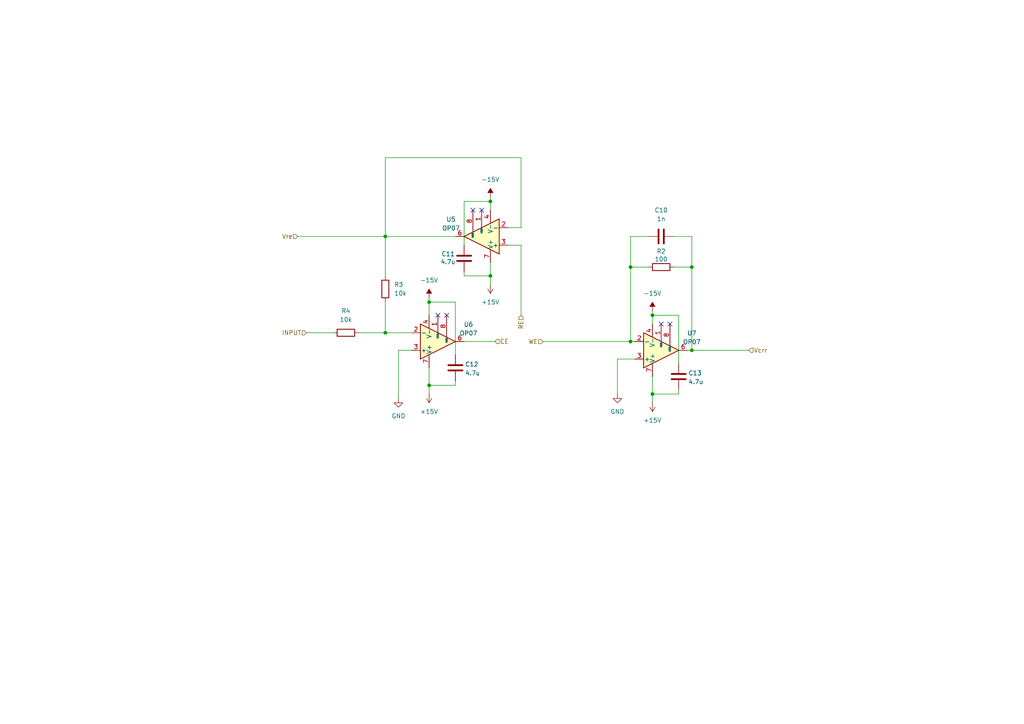
<source format=kicad_sch>
(kicad_sch (version 20231120) (generator "eeschema") (generator_version "8.0")
  (paper "A4")
  (lib_symbols
    (symbol "Amplifier_Operational:OP07" (pin_names (offset 0.127))
      (property "Reference" "U" (at 1.27 6.35 0))
      (property "Value" "OP07" (at 1.27 3.81 0))
      (symbol "OP07_0_1"
        (polyline (pts (xy -5.08 5.08) (xy 5.08 0) (xy -5.08 -5.08) (xy -5.08 5.08)) (stroke (width 0.254)) (fill (type background)))
      )
      (symbol "OP07_1_1"
        (pin input line (at 0 -7.62 90) (length 5.08) (name "VOS") (number "1"))
        (pin input line (at -7.62 -2.54 0) (length 2.54) (name "-") (number "2"))
        (pin input line (at -7.62 2.54 0) (length 2.54) (name "+") (number "3"))
        (pin power_in line (at -2.54 -7.62 90) (length 3.81) (name "V-") (number "4"))
        (pin no_connect line (at 0 2.54 270) (length 2.54) hide (name "NC") (number "5"))
        (pin output line (at 7.62 0 180) (length 2.54) (name "~") (number "6"))
        (pin power_in line (at -2.54 7.62 270) (length 3.81) (name "V+") (number "7"))
        (pin input line (at 2.54 -7.62 90) (length 6.35) (name "VOS") (number "8"))
      )
    )
    (symbol "Device:C" (pin_numbers hide) (pin_names (offset 0.254))
      (property "Reference" "C" (at 0.635 2.54 0))
      (property "Value" "C" (at 0.635 -2.54 0))
      (symbol "C_0_1"
        (polyline (pts (xy -2.032 -0.762) (xy 2.032 -0.762)) (stroke (width 0.508)))
        (polyline (pts (xy -2.032 0.762) (xy 2.032 0.762)) (stroke (width 0.508)))
      )
      (symbol "C_1_1"
        (pin passive line (at 0 3.81 270) (length 2.794) (name "~") (number "1"))
        (pin passive line (at 0 -3.81 90) (length 2.794) (name "~") (number "2"))
      )
    )
    (symbol "Device:R" (pin_numbers hide) (pin_names (offset 0))
      (property "Reference" "R" (at 2.032 0 90))
      (property "Value" "R" (at 0 0 90))
      (symbol "R_0_1"
        (rectangle (start -1.016 -2.54) (end 1.016 2.54) (stroke (width 0.254)))
      )
      (symbol "R_1_1"
        (pin passive line (at 0 3.81 270) (length 1.27) (name "~") (number "1"))
        (pin passive line (at 0 -3.81 90) (length 1.27) (name "~") (number "2"))
      )
    )
    (symbol "GND_1" (power) (pin_numbers hide) (pin_names (offset 0) hide)
      (property "Value" "GND" (at 0 -3.81 0))
      (symbol "GND_1_0_1"
        (polyline (pts (xy 0 0) (xy 0 -1.27) (xy 1.27 -1.27) (xy 0 -2.54) (xy -1.27 -1.27) (xy 0 -1.27)))
      )
      (symbol "GND_1_1_1"
        (pin power_in line (at 0 0 270) (length 0) (name "~") (number "1"))
      )
    )
    (symbol "power:+15V" (power) (pin_numbers hide) (pin_names (offset 0) hide)
      (property "Value" "+15V" (at 0 3.556 0))
      (symbol "+15V_0_1"
        (polyline (pts (xy -0.762 1.27) (xy 0 2.54)))
        (polyline (pts (xy 0 0) (xy 0 2.54)))
        (polyline (pts (xy 0 2.54) (xy 0.762 1.27)))
      )
      (symbol "+15V_1_1"
        (pin power_in line (at 0 0 90) (length 0) (name "~") (number "1"))
      )
    )
    (symbol "power:-15V" (power) (pin_numbers hide) (pin_names (offset 0) hide)
      (property "Value" "-15V" (at 0 3.556 0))
      (symbol "-15V_0_0"
        (pin power_in line (at 0 0 90) (length 0) (name "~") (number "1"))
      )
      (symbol "-15V_0_1"
        (polyline (pts (xy 0 0) (xy 0 1.27) (xy 0.762 1.27) (xy 0 2.54) (xy -0.762 1.27) (xy 0 1.27)) (fill (type outline)))
      )
    )
    (symbol "power:GNDA" (power) (pin_numbers hide) (pin_names (offset 0) hide)
      (property "Value" "GNDA" (at 0 -3.81 0))
      (symbol "GNDA_0_1"
        (polyline (pts (xy 0 0) (xy 0 -1.27) (xy 1.27 -1.27) (xy 0 -2.54) (xy -1.27 -1.27) (xy 0 -1.27)))
      )
      (symbol "GNDA_1_1"
        (pin power_in line (at 0 0 270) (length 0) (name "~") (number "1"))
      )
    )
  )
  (junction (at 124.46 87.63))
  (junction (at 200.66 77.47))
  (junction (at 182.88 77.47))
  (junction (at 111.76 68.58))
  (junction (at 189.23 114.3))
  (junction (at 200.66 101.6))
  (junction (at 111.76 96.52))
  (junction (at 189.23 91.44))
  (junction (at 142.24 80.01))
  (junction (at 142.24 58.42))
  (junction (at 124.46 111.76))
  (junction (at 182.88 99.06))
  (no_connect (at 139.7 60.96))
  (no_connect (at 191.77 93.98))
  (no_connect (at 137.16 60.96))
  (no_connect (at 129.54 91.44))
  (no_connect (at 127 91.44))
  (no_connect (at 194.31 93.98))
  (wire (pts (xy 182.88 68.58) (xy 182.88 77.47)))
  (wire (pts (xy 182.88 77.47) (xy 187.96 77.47)))
  (wire (pts (xy 132.08 87.63) (xy 132.08 102.87)))
  (wire (pts (xy 189.23 91.44) (xy 189.23 93.98)))
  (wire (pts (xy 111.76 80.01) (xy 111.76 68.58)))
  (wire (pts (xy 196.85 91.44) (xy 196.85 105.41)))
  (wire (pts (xy 189.23 114.3) (xy 189.23 109.22)))
  (wire (pts (xy 124.46 87.63) (xy 124.46 91.44)))
  (wire (pts (xy 189.23 90.17) (xy 189.23 91.44)))
  (wire (pts (xy 111.76 68.58) (xy 132.08 68.58)))
  (wire (pts (xy 111.76 68.58) (xy 111.76 45.72)))
  (wire (pts (xy 151.13 66.04) (xy 147.32 66.04)))
  (wire (pts (xy 200.66 68.58) (xy 200.66 77.47)))
  (wire (pts (xy 200.66 77.47) (xy 200.66 101.6)))
  (wire (pts (xy 187.96 68.58) (xy 182.88 68.58)))
  (wire (pts (xy 196.85 113.03) (xy 196.85 114.3)))
  (wire (pts (xy 111.76 96.52) (xy 111.76 87.63)))
  (wire (pts (xy 199.39 101.6) (xy 200.66 101.6)))
  (wire (pts (xy 189.23 116.84) (xy 189.23 114.3)))
  (wire (pts (xy 142.24 80.01) (xy 142.24 76.2)))
  (wire (pts (xy 142.24 58.42) (xy 142.24 60.96)))
  (wire (pts (xy 115.57 101.6) (xy 115.57 115.57)))
  (wire (pts (xy 142.24 58.42) (xy 134.62 58.42)))
  (wire (pts (xy 111.76 45.72) (xy 151.13 45.72)))
  (wire (pts (xy 132.08 110.49) (xy 132.08 111.76)))
  (wire (pts (xy 134.62 99.06) (xy 143.51 99.06)))
  (wire (pts (xy 119.38 101.6) (xy 115.57 101.6)))
  (wire (pts (xy 151.13 71.12) (xy 151.13 91.44)))
  (wire (pts (xy 200.66 68.58) (xy 195.58 68.58)))
  (wire (pts (xy 179.07 104.14) (xy 179.07 114.3)))
  (wire (pts (xy 182.88 77.47) (xy 182.88 99.06)))
  (wire (pts (xy 104.14 96.52) (xy 111.76 96.52)))
  (wire (pts (xy 111.76 96.52) (xy 119.38 96.52)))
  (wire (pts (xy 124.46 111.76) (xy 132.08 111.76)))
  (wire (pts (xy 86.36 68.58) (xy 111.76 68.58)))
  (wire (pts (xy 142.24 57.15) (xy 142.24 58.42)))
  (wire (pts (xy 189.23 91.44) (xy 196.85 91.44)))
  (wire (pts (xy 142.24 82.55) (xy 142.24 80.01)))
  (wire (pts (xy 151.13 45.72) (xy 151.13 66.04)))
  (wire (pts (xy 124.46 114.3) (xy 124.46 111.76)))
  (wire (pts (xy 124.46 86.36) (xy 124.46 87.63)))
  (wire (pts (xy 182.88 99.06) (xy 184.15 99.06)))
  (wire (pts (xy 134.62 58.42) (xy 134.62 71.12)))
  (wire (pts (xy 124.46 111.76) (xy 124.46 106.68)))
  (wire (pts (xy 88.9 96.52) (xy 96.52 96.52)))
  (wire (pts (xy 200.66 101.6) (xy 217.17 101.6)))
  (wire (pts (xy 184.15 104.14) (xy 179.07 104.14)))
  (wire (pts (xy 195.58 77.47) (xy 200.66 77.47)))
  (wire (pts (xy 124.46 87.63) (xy 132.08 87.63)))
  (wire (pts (xy 157.48 99.06) (xy 182.88 99.06)))
  (wire (pts (xy 147.32 71.12) (xy 151.13 71.12)))
  (wire (pts (xy 134.62 78.74) (xy 134.62 80.01)))
  (wire (pts (xy 196.85 114.3) (xy 189.23 114.3)))
  (wire (pts (xy 134.62 80.01) (xy 142.24 80.01)))
  (hierarchical_label "CE" (shape input) (at 143.51 99.06 0))
  (hierarchical_label "Vre" (shape input) (at 86.36 68.58 180))
  (hierarchical_label "INPUT" (shape input) (at 88.9 96.52 180))
  (hierarchical_label "Vcrr" (shape input) (at 217.17 101.6 0))
  (hierarchical_label "RE" (shape input) (at 151.13 91.44 270))
  (hierarchical_label "WE" (shape input) (at 157.48 99.06 180))
  (symbol (lib_name "GND_1") (lib_id "power:GND") (at 179.07 114.3 0) (unit 1)
    (property "Reference" "#PWR021" (effects (hide yes)))
    (property "Value" "GND" (at 179.07 119.38 0))
    (property "Description" "Power symbol creates a global label with name \"GND\" , ground" (effects (hide yes)))
    (instances (project "SMU" (path "" (reference "#PWR021") (unit 1)) (path "" (reference "#PWR034") (unit 1))))
  )
  (symbol (lib_id "power:GNDA") (at 115.57 115.57 0) (unit 1)
    (property "Reference" "#PWR022" (effects (hide yes)))
    (property "Value" "GND" (at 115.57 120.65 0))
    (property "Description" "Power symbol creates a global label with name \"GNDA\" , analog ground" (effects (hide yes)))
    (instances (project "SMU" (path "" (reference "#PWR022") (unit 1)) (path "" (reference "#PWR035") (unit 1))))
  )
  (symbol (lib_id "Amplifier_Operational:OP07") (at 191.77 101.6 0) (mirror x) (unit 1)
    (property "Reference" "U7" (at 200.66 96.6468 0))
    (property "Value" "OP07" (at 200.66 99.1868 0))
    (property "Footprint" "Package_DIP:DIP-8_W7.62mm" (effects (hide yes)))
    (property "Datasheet" "https://www.analog.com/media/en/technical-documentation/data-sheets/OP07.pdf" (effects (hide yes)))
    (property "Description" "Single Ultra-Low Offset Voltage Operational Amplifier, DIP-8/SOIC-8" (effects (hide yes)))
    (instances (project "SMU" (path "" (reference "U7") (unit 1)) (path "" (reference "U11") (unit 1))))
  )
  (symbol (lib_id "Amplifier_Operational:OP07") (at 139.7 68.58 180) (unit 1)
    (property "Reference" "U5" (at 130.81 63.6268 0))
    (property "Value" "OP07" (at 130.81 66.1668 0))
    (property "Footprint" "Package_DIP:DIP-8_W7.62mm" (effects (hide yes)))
    (property "Datasheet" "https://www.analog.com/media/en/technical-documentation/data-sheets/OP07.pdf" (effects (hide yes)))
    (property "Description" "Single Ultra-Low Offset Voltage Operational Amplifier, DIP-8/SOIC-8" (effects (hide yes)))
    (instances (project "" (path "" (reference "U5") (unit 1)) (path "" (reference "U9") (unit 1))))
  )
  (symbol (lib_id "Device:R") (at 111.76 83.82 0) (unit 1)
    (property "Reference" "R3" (at 114.3 82.55 0) (effects (justify left)))
    (property "Value" "10k" (at 114.3 85.09 0) (effects (justify left)))
    (property "Footprint" "Resistor_SMD:R_0603_1608Metric_Pad0.98x0.95mm_HandSolder" (effects (hide yes)))
    (property "Sim.Device" "R" (effects (hide yes)))
    (property "Sim.Type" "=" (effects (hide yes)))
    (property "Sim.Params" "r=10k" (effects (hide yes)))
    (property "Sim.Pins" "1=+ 2=-" (effects (hide yes)))
    (instances (project "SMU" (path "" (reference "R3") (unit 1)) (path "" (reference "R10") (unit 1))))
  )
  (symbol (lib_id "Device:R") (at 100.33 96.52 90) (unit 1)
    (property "Reference" "R4" (at 100.33 90.17 90))
    (property "Value" "10k" (at 100.33 92.71 90))
    (property "Footprint" "Resistor_SMD:R_0603_1608Metric_Pad0.98x0.95mm_HandSolder" (effects (hide yes)))
    (property "Sim.Device" "R" (effects (hide yes)))
    (property "Sim.Type" "=" (effects (hide yes)))
    (property "Sim.Params" "r=10k" (effects (hide yes)))
    (property "Sim.Pins" "1=+ 2=-" (effects (hide yes)))
    (instances (project "SMU" (path "" (reference "R4") (unit 1)) (path "" (reference "R11") (unit 1))))
  )
  (symbol (lib_id "power:+15V") (at 142.24 82.55 180) (unit 1)
    (property "Reference" "#PWR017" (effects (hide yes)))
    (property "Value" "+15V" (at 142.24 87.63 0))
    (property "Description" "Power symbol creates a global label with name \"+15V\"" (effects (hide yes)))
    (instances (project "SMU" (path "" (reference "#PWR017") (unit 1)) (path "" (reference "#PWR030") (unit 1))))
  )
  (symbol (lib_id "Device:C") (at 191.77 68.58 90) (unit 1)
    (property "Reference" "C10" (at 191.77 60.96 90))
    (property "Value" "1n" (at 191.77 63.5 90))
    (property "Footprint" "Capacitor_SMD:C_0603_1608Metric_Pad1.08x0.95mm_HandSolder" (effects (hide yes)))
    (property "Sim.Device" "C" (effects (hide yes)))
    (property "Sim.Type" "=" (effects (hide yes)))
    (property "Sim.Params" "c=1n" (effects (hide yes)))
    (property "Sim.Pins" "1=+ 2=-" (effects (hide yes)))
    (instances (project "SMU" (path "" (reference "C10") (unit 1)) (path "" (reference "C15") (unit 1))))
  )
  (symbol (lib_id "power:+15V") (at 124.46 114.3 180) (unit 1)
    (property "Reference" "#PWR020" (effects (hide yes)))
    (property "Value" "+15V" (at 124.46 119.38 0))
    (property "Description" "Power symbol creates a global label with name \"+15V\"" (effects (hide yes)))
    (instances (project "SMU" (path "" (reference "#PWR020") (unit 1)) (path "" (reference "#PWR033") (unit 1))))
  )
  (symbol (lib_id "power:+15V") (at 189.23 116.84 180) (unit 1)
    (property "Reference" "#PWR023" (effects (hide yes)))
    (property "Value" "+15V" (at 189.23 121.92 0))
    (property "Description" "Power symbol creates a global label with name \"+15V\"" (effects (hide yes)))
    (instances (project "SMU" (path "" (reference "#PWR023") (unit 1)) (path "" (reference "#PWR036") (unit 1))))
  )
  (symbol (lib_id "Amplifier_Operational:OP07") (at 127 99.06 0) (mirror x) (unit 1)
    (property "Reference" "U6" (at 135.89 94.1068 0))
    (property "Value" "OP07" (at 135.89 96.6468 0))
    (property "Footprint" "Package_DIP:DIP-8_W7.62mm" (effects (hide yes)))
    (property "Datasheet" "https://www.analog.com/media/en/technical-documentation/data-sheets/OP07.pdf" (effects (hide yes)))
    (property "Description" "Single Ultra-Low Offset Voltage Operational Amplifier, DIP-8/SOIC-8" (effects (hide yes)))
    (instances (project "SMU" (path "" (reference "U6") (unit 1)) (path "" (reference "U10") (unit 1))))
  )
  (symbol (lib_id "Device:C") (at 134.62 74.93 180) (unit 1)
    (property "Reference" "C11" (at 128.016 73.66 0) (effects (justify right)))
    (property "Value" "4.7u" (at 127.762 75.946 0) (effects (justify right)))
    (property "Footprint" "Capacitor_SMD:C_0603_1608Metric_Pad1.08x0.95mm_HandSolder" (effects (hide yes)))
    (property "Description" "Unpolarized capacitor" (effects (hide yes)))
    (property "Sim.Device" "C" (effects (hide yes)))
    (property "Sim.Type" "=" (effects (hide yes)))
    (property "Sim.Params" "c=0.1u" (effects (hide yes)))
    (property "Sim.Pins" "1=+ 2=-" (effects (hide yes)))
    (instances (project "SMU" (path "" (reference "C11") (unit 1)) (path "" (reference "C16") (unit 1))))
  )
  (symbol (lib_id "power:-15V") (at 189.23 90.17 0) (unit 1)
    (property "Reference" "#PWR019" (effects (hide yes)))
    (property "Value" "-15V" (at 189.23 85.09 0))
    (property "Description" "Power symbol creates a global label with name \"-15V\"" (effects (hide yes)))
    (instances (project "SMU" (path "" (reference "#PWR019") (unit 1)) (path "" (reference "#PWR032") (unit 1))))
  )
  (symbol (lib_id "Device:C") (at 196.85 109.22 180) (unit 1)
    (property "Reference" "C13" (at 199.644 108.204 0) (effects (justify right)))
    (property "Value" "4.7u" (at 199.644 110.744 0) (effects (justify right)))
    (property "Footprint" "Capacitor_SMD:C_0603_1608Metric_Pad1.08x0.95mm_HandSolder" (effects (hide yes)))
    (property "Description" "Unpolarized capacitor" (effects (hide yes)))
    (property "Sim.Device" "C" (effects (hide yes)))
    (property "Sim.Type" "=" (effects (hide yes)))
    (property "Sim.Params" "c=0.1u" (effects (hide yes)))
    (property "Sim.Pins" "1=+ 2=-" (effects (hide yes)))
    (instances (project "SMU" (path "" (reference "C13") (unit 1)) (path "" (reference "C18") (unit 1))))
  )
  (symbol (lib_id "power:-15V") (at 142.24 57.15 0) (unit 1)
    (property "Reference" "#PWR016" (effects (hide yes)))
    (property "Value" "-15V" (at 142.24 52.07 0))
    (property "Description" "Power symbol creates a global label with name \"-15V\"" (effects (hide yes)))
    (instances (project "SMU" (path "" (reference "#PWR016") (unit 1)) (path "" (reference "#PWR029") (unit 1))))
  )
  (symbol (lib_id "power:-15V") (at 124.46 86.36 0) (unit 1)
    (property "Reference" "#PWR018" (effects (hide yes)))
    (property "Value" "-15V" (at 124.46 81.28 0))
    (property "Description" "Power symbol creates a global label with name \"-15V\"" (effects (hide yes)))
    (instances (project "SMU" (path "" (reference "#PWR018") (unit 1)) (path "" (reference "#PWR031") (unit 1))))
  )
  (symbol (lib_id "Device:C") (at 132.08 106.68 180) (unit 1)
    (property "Reference" "C12" (at 134.874 105.664 0) (effects (justify right)))
    (property "Value" "4.7u" (at 134.874 108.204 0) (effects (justify right)))
    (property "Footprint" "Capacitor_SMD:C_0603_1608Metric_Pad1.08x0.95mm_HandSolder" (effects (hide yes)))
    (property "Description" "Unpolarized capacitor" (effects (hide yes)))
    (property "Sim.Device" "C" (effects (hide yes)))
    (property "Sim.Type" "=" (effects (hide yes)))
    (property "Sim.Params" "c=0.1u" (effects (hide yes)))
    (property "Sim.Pins" "1=+ 2=-" (effects (hide yes)))
    (instances (project "SMU" (path "" (reference "C12") (unit 1)) (path "" (reference "C17") (unit 1))))
  )
  (symbol (lib_id "Device:R") (at 191.77 77.47 90) (unit 1)
    (property "Reference" "R2" (at 191.77 72.898 90))
    (property "Value" "100" (at 191.77 75.184 90))
    (property "Footprint" "Resistor_SMD:R_0603_1608Metric_Pad0.98x0.95mm_HandSolder" (effects (hide yes)))
    (property "Description" "Resistor" (effects (hide yes)))
    (property "Sim.Device" "R" (effects (hide yes)))
    (property "Sim.Type" "=" (effects (hide yes)))
    (property "Sim.Params" "r=100" (effects (hide yes)))
    (property "Sim.Pins" "1=+ 2=-" (effects (hide yes)))
    (instances (project "SMU" (path "" (reference "R2") (unit 1)) (path "" (reference "R9") (unit 1))))
  )
)
</source>
